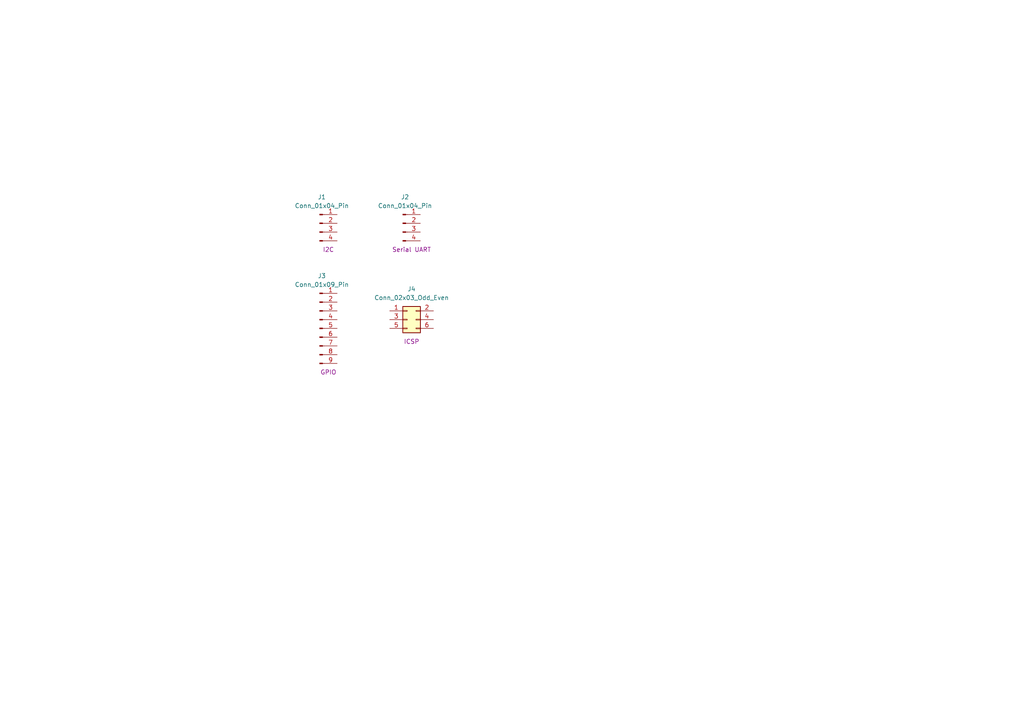
<source format=kicad_sch>
(kicad_sch (version 20231120) (generator "eeschema") (generator_version "8.0")
  (paper "A4")
  (lib_symbols
    (symbol "Connector:Conn_01x04_Pin" (pin_names (offset 1.016) hide)
      (property "Reference" "J" (at 0 5.08 0))
      (property "Value" "Conn_01x04_Pin" (at 0 -7.62 0))
      (symbol "Conn_01x04_Pin_1_1"
        (polyline (pts (xy 1.27 -5.08) (xy 0.8636 -5.08)) (stroke (width 0.1524)))
        (polyline (pts (xy 1.27 -2.54) (xy 0.8636 -2.54)) (stroke (width 0.1524)))
        (polyline (pts (xy 1.27 0) (xy 0.8636 0)) (stroke (width 0.1524)))
        (polyline (pts (xy 1.27 2.54) (xy 0.8636 2.54)) (stroke (width 0.1524)))
        (rectangle (start 0.8636 -4.953) (end 0 -5.207) (stroke (width 0.1524)) (fill (type outline)))
        (rectangle (start 0.8636 -2.413) (end 0 -2.667) (stroke (width 0.1524)) (fill (type outline)))
        (rectangle (start 0.8636 0.127) (end 0 -0.127) (stroke (width 0.1524)) (fill (type outline)))
        (rectangle (start 0.8636 2.667) (end 0 2.413) (stroke (width 0.1524)) (fill (type outline)))
        (pin passive line (at 5.08 2.54 180) (length 3.81) (name "Pin_1") (number "1"))
        (pin passive line (at 5.08 0 180) (length 3.81) (name "Pin_2") (number "2"))
        (pin passive line (at 5.08 -2.54 180) (length 3.81) (name "Pin_3") (number "3"))
        (pin passive line (at 5.08 -5.08 180) (length 3.81) (name "Pin_4") (number "4"))
      )
    )
    (symbol "Connector:Conn_01x09_Pin" (pin_names (offset 1.016) hide)
      (property "Reference" "J" (at 0 12.7 0))
      (property "Value" "Conn_01x09_Pin" (at 0 -12.7 0))
      (symbol "Conn_01x09_Pin_1_1"
        (polyline (pts (xy 1.27 -10.16) (xy 0.8636 -10.16)) (stroke (width 0.1524)))
        (polyline (pts (xy 1.27 -7.62) (xy 0.8636 -7.62)) (stroke (width 0.1524)))
        (polyline (pts (xy 1.27 -5.08) (xy 0.8636 -5.08)) (stroke (width 0.1524)))
        (polyline (pts (xy 1.27 -2.54) (xy 0.8636 -2.54)) (stroke (width 0.1524)))
        (polyline (pts (xy 1.27 0) (xy 0.8636 0)) (stroke (width 0.1524)))
        (polyline (pts (xy 1.27 2.54) (xy 0.8636 2.54)) (stroke (width 0.1524)))
        (polyline (pts (xy 1.27 5.08) (xy 0.8636 5.08)) (stroke (width 0.1524)))
        (polyline (pts (xy 1.27 7.62) (xy 0.8636 7.62)) (stroke (width 0.1524)))
        (polyline (pts (xy 1.27 10.16) (xy 0.8636 10.16)) (stroke (width 0.1524)))
        (rectangle (start 0.8636 -10.033) (end 0 -10.287) (stroke (width 0.1524)) (fill (type outline)))
        (rectangle (start 0.8636 -7.493) (end 0 -7.747) (stroke (width 0.1524)) (fill (type outline)))
        (rectangle (start 0.8636 -4.953) (end 0 -5.207) (stroke (width 0.1524)) (fill (type outline)))
        (rectangle (start 0.8636 -2.413) (end 0 -2.667) (stroke (width 0.1524)) (fill (type outline)))
        (rectangle (start 0.8636 0.127) (end 0 -0.127) (stroke (width 0.1524)) (fill (type outline)))
        (rectangle (start 0.8636 2.667) (end 0 2.413) (stroke (width 0.1524)) (fill (type outline)))
        (rectangle (start 0.8636 5.207) (end 0 4.953) (stroke (width 0.1524)) (fill (type outline)))
        (rectangle (start 0.8636 7.747) (end 0 7.493) (stroke (width 0.1524)) (fill (type outline)))
        (rectangle (start 0.8636 10.287) (end 0 10.033) (stroke (width 0.1524)) (fill (type outline)))
        (pin passive line (at 5.08 10.16 180) (length 3.81) (name "Pin_1") (number "1"))
        (pin passive line (at 5.08 7.62 180) (length 3.81) (name "Pin_2") (number "2"))
        (pin passive line (at 5.08 5.08 180) (length 3.81) (name "Pin_3") (number "3"))
        (pin passive line (at 5.08 2.54 180) (length 3.81) (name "Pin_4") (number "4"))
        (pin passive line (at 5.08 0 180) (length 3.81) (name "Pin_5") (number "5"))
        (pin passive line (at 5.08 -2.54 180) (length 3.81) (name "Pin_6") (number "6"))
        (pin passive line (at 5.08 -5.08 180) (length 3.81) (name "Pin_7") (number "7"))
        (pin passive line (at 5.08 -7.62 180) (length 3.81) (name "Pin_8") (number "8"))
        (pin passive line (at 5.08 -10.16 180) (length 3.81) (name "Pin_9") (number "9"))
      )
    )
    (symbol "Connector_Generic:Conn_02x03_Odd_Even" (pin_names (offset 1.016) hide)
      (property "Reference" "J" (at 1.27 5.08 0))
      (property "Value" "Conn_02x03_Odd_Even" (at 1.27 -5.08 0))
      (symbol "Conn_02x03_Odd_Even_1_1"
        (rectangle (start -1.27 -2.413) (end 0 -2.667) (stroke (width 0.1524)))
        (rectangle (start -1.27 0.127) (end 0 -0.127) (stroke (width 0.1524)))
        (rectangle (start -1.27 2.667) (end 0 2.413) (stroke (width 0.1524)))
        (rectangle (start -1.27 3.81) (end 3.81 -3.81) (stroke (width 0.254)) (fill (type background)))
        (rectangle (start 3.81 -2.413) (end 2.54 -2.667) (stroke (width 0.1524)))
        (rectangle (start 3.81 0.127) (end 2.54 -0.127) (stroke (width 0.1524)))
        (rectangle (start 3.81 2.667) (end 2.54 2.413) (stroke (width 0.1524)))
        (pin passive line (at -5.08 2.54 0) (length 3.81) (name "Pin_1") (number "1"))
        (pin passive line (at 7.62 2.54 180) (length 3.81) (name "Pin_2") (number "2"))
        (pin passive line (at -5.08 0 0) (length 3.81) (name "Pin_3") (number "3"))
        (pin passive line (at 7.62 0 180) (length 3.81) (name "Pin_4") (number "4"))
        (pin passive line (at -5.08 -2.54 0) (length 3.81) (name "Pin_5") (number "5"))
        (pin passive line (at 7.62 -2.54 180) (length 3.81) (name "Pin_6") (number "6"))
      )
    )
  )
  (symbol (lib_id "Connector:Conn_01x09_Pin") (at 92.71 95.25 0) (unit 1)
    (property "Reference" "J3" (at 93.345 80.01 0))
    (property "Value" "Conn_01x09_Pin" (at 93.345 82.55 0))
    (property "Description" "Generic connector, single row, 01x09, script generated" (effects (hide yes)))
    (property "Purpose" "GPIO" (at 95.25 107.95 0))
  )
  (symbol (lib_id "Connector:Conn_01x04_Pin") (at 92.71 64.77 0) (unit 1)
    (property "Reference" "J1" (at 93.345 57.15 0))
    (property "Value" "Conn_01x04_Pin" (at 93.345 59.69 0))
    (property "Description" "Generic connector, single row, 01x04, script generated" (effects (hide yes)))
    (property "Purpose" "I2C" (at 95.25 72.39 0))
  )
  (symbol (lib_id "Connector:Conn_01x04_Pin") (at 116.84 64.77 0) (unit 1)
    (property "Reference" "J2" (at 117.475 57.15 0))
    (property "Value" "Conn_01x04_Pin" (at 117.475 59.69 0))
    (property "Description" "Generic connector, single row, 01x04, script generated" (effects (hide yes)))
    (property "Purpose" "Serial UART" (at 119.38 72.39 0))
  )
  (symbol (lib_id "Connector_Generic:Conn_02x03_Odd_Even") (at 118.11 92.71 0) (unit 1)
    (property "Reference" "J4" (at 119.38 83.82 0))
    (property "Value" "Conn_02x03_Odd_Even" (at 119.38 86.36 0))
    (property "Description" "Generic connector, double row, 02x03, odd/even pin numbering scheme (row 1 odd numbers, row 2 even numbers), script generated (kicad-library-utils/schlib/autogen/connector/)" (effects (hide yes)))
    (property "Purpose" "ICSP" (at 119.38 99.06 0))
  )
)
</source>
